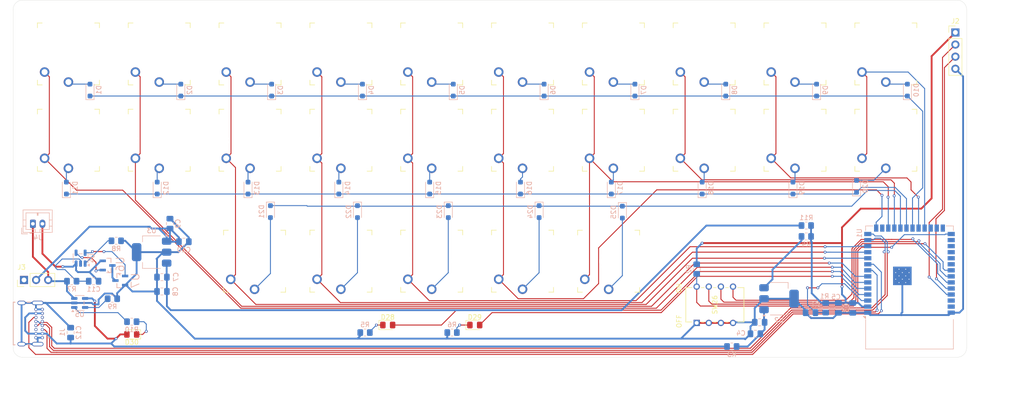
<source format=kicad_pcb>
(kicad_pcb (version 20241229) (generator "pcbnew") (generator_version "9.0")
  (layers (0 "F.Cu" signal) (2 "B.Cu" signal) (13 "F.Paste" user) (15 "B.Paste" user) (5 "F.SilkS" user "F.Silkscreen") (7 "B.SilkS" user "B.Silkscreen") (1 "F.Mask" user) (3 "B.Mask" user) (25 "Edge.Cuts" user))
  (net 0 "")
  (net 1 "GND")
  (net 3 "/VBUS")
  (net 4 "/CC1")
  (net 5 "/USB_D+")
  (net 6 "/USB_D-")
  (net 7 "/CC2")
  (net 8 "+3.3V")
  (net 9 "Net-(U1-EN)")
  (net 12 "Net-(D1-A)")
  (net 13 "/matrix_r1")
  (net 17 "Net-(D2-A)")
  (net 18 "Net-(D3-A)")
  (net 19 "Net-(D4-A)")
  (net 20 "Net-(D5-A)")
  (net 21 "Net-(D6-A)")
  (net 23 "Net-(D7-A)")
  (net 24 "Net-(D8-A)")
  (net 26 "Net-(D9-A)")
  (net 27 "Net-(D10-A)")
  (net 28 "/matrix_r2")
  (net 29 "Net-(D11-A)")
  (net 32 "Net-(D12-A)")
  (net 34 "Net-(D13-A)")
  (net 35 "Net-(D14-A)")
  (net 36 "Net-(D15-A)")
  (net 37 "Net-(D16-A)")
  (net 38 "Net-(D17-A)")
  (net 39 "Net-(D18-A)")
  (net 40 "Net-(D19-A)")
  (net 41 "Net-(D20-A)")
  (net 42 "/matrix_r3")
  (net 43 "Net-(D21-A)")
  (net 44 "Net-(D22-A)")
  (net 45 "Net-(D23-A)")
  (net 46 "Net-(D24-A)")
  (net 47 "Net-(D25-A)")
  (net 48 "/led_1")
  (net 49 "/led_2")
  (net 50 "Net-(D28-K)")
  (net 53 "Net-(D29-K)")
  (net 54 "/UART_TX")
  (net 55 "/UART_RX")
  (net 56 "Net-(U1-IO0)")
  (net 57 "/matrix_c1")
  (net 58 "/matrix_c2")
  (net 59 "/matrix_c3")
  (net 60 "/matrix_c4")
  (net 61 "/matrix_c5")
  (net 62 "/matrix_c6")
  (net 63 "/matrix_c7")
  (net 64 "/matrix_c8")
  (net 65 "/matrix_c9")
  (net 66 "/matrix_c10")
  (net 67 "/sw_2")
  (net 68 "/sw_4")
  (net 69 "/sw_3")
  (net 70 "/battery_mgmt/HV_CHR")
  (net 71 "/battery_mgmt/batt_neg")
  (net 72 "Net-(U4-VDD)")
  (net 73 "Net-(D30-K)")
  (net 75 "/battery_mgmt/batt_pos")
  (net 76 "Net-(U4-VM)")
  (net 77 "Net-(U5-PROG)")
  (net 78 "Net-(U5-STAT)")
  (net 79 "Net-(U4-CO)")
  (net 80 "Net-(U4-DO)")
  (net 81 "/battery_mgmt/between_mosfets")
  (net 82 "/battery_mgmt/3v3_from_batt")
  (net 83 "/3v3_from_usbc")
  (net 84 "/VBUS_to_LDO")
  (footprint "key-switches:SW_Kailh_Choc_V1_THT" (layer "F.Cu") (at 119.554 118.3486)
    (property "Reference" "SW22" (hide yes))
    (property "Value" "O" (hide yes))
  )
  (footprint "dip_switch_footprints:DIP8_210-4_CTS" (layer "F.Cu") (at 194.183 131.318 90)
    (property "Reference" "SW26")
    (property "Value" "210-4MS")
  )
  (footprint "key-switches:SW_Kailh_Choc_V1_THT" (layer "F.Cu") (at 214.804 74.8384)
    (property "Reference" "SW9" (hide yes))
    (property "Value" "T" (hide yes))
  )
  (footprint "key-switches:SW_Kailh_Choc_V1_THT" (layer "F.Cu") (at 176.704 92.9486)
    (property "Reference" "SW17" (hide yes))
    (property "Value" "B" (hide yes))
  )
  (footprint "LED_SMD:LED_0805_2012Metric_Pad1.15x1.40mm_HandSolder" (layer "F.Cu") (at 129.38125 131.7625)
    (property "Reference" "D28")
    (property "Value" "~")
  )
  (footprint "key-switches:SW_Kailh_Choc_V1_THT" (layer "F.Cu") (at 138.604 74.8384)
    (property "Reference" "SW5" (hide yes))
    (property "Value" "STAR" (hide yes))
  )
  (footprint "Connector_PinHeader_2.54mm:PinHeader_1x03_P2.54mm_Vertical" (layer "F.Cu") (at 53.086 122.301 90)
    (property "Reference" "J3")
    (property "Value" "SW_PWR")
  )
  (footprint "key-switches:SW_Kailh_Choc_V1_THT" (layer "F.Cu") (at 176.704 74.8384)
    (property "Reference" "SW7" (hide yes))
    (property "Value" "P" (hide yes))
  )
  (footprint "key-switches:SW_Kailh_Choc_V1_THT" (layer "F.Cu") (at 157.654 74.8384)
    (property "Reference" "SW6" (hide yes))
    (property "Value" "F" (hide yes))
  )
  (footprint "key-switches:SW_Kailh_Choc_V1_THT" (layer "F.Cu") (at 81.454 92.9486)
    (property "Reference" "SW12" (hide yes))
    (property "Value" "K" (hide yes))
  )
  (footprint "LED_SMD:LED_0805_2012Metric_Pad1.15x1.40mm_HandSolder" (layer "F.Cu") (at 75.692 133.731 180)
    (property "Reference" "D30")
    (property "Value" "CHRG_STAT_LED")
  )
  (footprint "key-switches:SW_Kailh_Choc_V1_THT" (layer "F.Cu") (at 100.504 74.8384)
    (property "Reference" "SW3" (hide yes))
    (property "Value" "P" (hide yes))
  )
  (footprint "key-switches:SW_Kailh_Choc_V1_THT" (layer "F.Cu") (at 119.554 74.8384)
    (property "Reference" "SW4" (hide yes))
    (property "Value" "H" (hide yes))
  )
  (footprint "key-switches:SW_Kailh_Choc_V1_THT" (layer "F.Cu") (at 175.7172 118.364)
    (property "Reference" "SW25" (hide yes))
    (property "Value" "U" (hide yes))
  )
  (footprint "Connector_PinHeader_2.54mm:PinHeader_1x04_P2.54mm_Vertical" (layer "F.Cu") (at 248.44375 70.32625)
    (property "Reference" "J2")
    (property "Value" "UART connector")
  )
  (footprint "key-switches:SW_Kailh_Choc_V1_THT" (layer "F.Cu") (at 81.454 74.8384)
    (property "Reference" "SW2" (hide yes))
    (property "Value" "T" (hide yes))
  )
  (footprint "key-switches:SW_Kailh_Choc_V1_THT" (layer "F.Cu") (at 100.504 92.9486)
    (property "Reference" "SW13" (hide yes))
    (property "Value" "W" (hide yes))
  )
  (footprint "key-switches:SW_Kailh_Choc_V1_THT" (layer "F.Cu") (at 101.4476 118.364)
    (property "Reference" "SW21" (hide yes))
    (property "Value" "A" (hide yes))
  )
  (footprint "key-switches:SW_Kailh_Choc_V1_THT" (layer "F.Cu") (at 195.754 74.8384)
    (property "Reference" "SW8" (hide yes))
    (property "Value" "L" (hide yes))
  )
  (footprint "key-switches:SW_Kailh_Choc_V1_THT" (layer "F.Cu") (at 214.804 92.9486)
    (property "Reference" "SW19" (hide yes))
    (property "Value" "S" (hide yes))
  )
  (footprint "key-switches:SW_Kailh_Choc_V1_THT" (layer "F.Cu") (at 62.404 92.9486)
    (property "Reference" "SW11" (hide yes))
    (property "Value" "S" (hide yes))
  )
  (footprint "key-switches:SW_Kailh_Choc_V1_THT" (layer "F.Cu") (at 119.554 92.9486)
    (property "Reference" "SW14" (hide yes))
    (property "Value" "R" (hide yes))
  )
  (footprint "LED_SMD:LED_0805_2012Metric_Pad1.15x1.40mm_HandSolder" (layer "F.Cu") (at 147.6375 131.7625)
    (property "Reference" "D29")
    (property "Value" "~")
  )
  (footprint "key-switches:SW_Kailh_Choc_V1_THT" (layer "F.Cu") (at 62.404 74.8384)
    (property "Reference" "SW1" (hide yes))
    (property "Value" "Z" (hide yes))
  )
  (footprint "key-switches:SW_Kailh_Choc_V1_THT" (layer "F.Cu") (at 233.854 74.8384)
    (property "Reference" "SW10" (hide yes))
    (property "Value" "D" (hide yes))
  )
  (footprint "key-switches:SW_Kailh_Choc_V1_THT" (layer "F.Cu") (at 157.654 118.3486)
    (property "Reference" "SW24" (hide yes))
    (property "Value" "E" (hide yes))
  )
  (footprint "key-switches:SW_Kailh_Choc_V1_THT" (layer "F.Cu") (at 138.604 118.3486)
    (property "Reference" "SW23" (hide yes))
    (property "Value" "NUM" (hide yes))
  )
  (footprint "key-switches:SW_Kailh_Choc_V1_THT" (layer "F.Cu") (at 157.654 92.9486)
    (property "Reference" "SW16" (hide yes))
    (property "Value" "R" (hide yes))
  )
  (footprint "key-switches:SW_Kailh_Choc_V1_THT" (layer "F.Cu") (at 138.604 92.9486)
    (property "Reference" "SW15" (hide yes))
    (property "Value" "STAR" (hide yes))
  )
  (footprint "key-switches:SW_Kailh_Choc_V1_THT" (layer "F.Cu") (at 195.754 92.9486)
    (property "Reference" "SW18" (hide yes))
    (property "Value" "G" (hide yes))
  )
  (footprint "key-switches:SW_Kailh_Choc_V1_THT" (layer "F.Cu") (at 233.854 92.9486)
    (property "Reference" "SW20" (hide yes))
    (property "Value" "Z" (hide yes))
  )
  (footprint "Diode_SMD:D_SOD-323_HandSoldering" (layer "B.Cu") (at 238.379 82.423 90)
    (property "Reference" "D10")
    (property "Value" "~")
  )
  (footprint "Diode_SMD:D_SOD-323_HandSoldering" (layer "B.Cu") (at 124.079 82.423 90)
    (property "Reference" "D4")
    (property "Value" "~")
  )
  (footprint "Capacitor_SMD:C_0805_2012Metric_Pad1.18x1.45mm_HandSolder" (layer "B.Cu") (at 83.69975 110.45825 90)
    (property "Reference" "C9")
    (property "Value" "0.1uF")
  )
  (footprint "Resistor_SMD:R_0805_2012Metric_Pad1.20x1.40mm_HandSolder" (layer "B.Cu") (at 217.17 110.871 180)
    (property "Reference" "R11")
    (property "Value" "0")
  )
  (footprint "DMG6968U_7:SOT95P240X110-3N" (layer "B.Cu") (at 73.279 122.428 180)
    (property "Reference" "U7")
    (property "Value" "DMG6968U-7" (hide yes))
  )
  (footprint "Capacitor_SMD:C_0805_2012Metric_Pad1.18x1.45mm_HandSolder" (layer "B.Cu") (at 67.691 122.555)
    (property "Reference" "C11")
    (property "Value" "0.1uF")
  )
  (footprint "Diode_SMD:D_SOD-323_HandSoldering" (layer "B.Cu") (at 105.029 82.423 90)
    (property "Reference" "D3")
    (property "Value" "~")
  )
  (footprint "Capacitor_SMD:C_0805_2012Metric_Pad1.18x1.45mm_HandSolder" (layer "B.Cu") (at 218.059 129.159 180)
    (property "Reference" "C1")
    (property "Value" "1uF")
  )
  (footprint "Resistor_SMD:R_0805_2012Metric_Pad1.20x1.40mm_HandSolder" (layer "B.Cu") (at 194.183 120.015 -90)
    (property "Reference" "R2")
    (property "Value" "10k")
  )
  (footprint "Diode_SMD:D_SOD-323_HandSoldering" (layer "B.Cu") (at 100.076 102.997 90)
    (property "Reference" "D13")
    (property "Value" "~")
  )
  (footprint "Diode_SMD:D_SOD-323_HandSoldering" (layer "B.Cu") (at 162.179 82.423 90)
    (property "Reference" "D6")
    (property "Value" "~")
  )
  (footprint "Resistor_SMD:R_0805_2012Metric_Pad1.20x1.40mm_HandSolder" (layer "B.Cu") (at 75.692 131.064)
    (property "Reference" "R10")
    (property "Value" "150")
  )
  (footprint "Diode_SMD:D_SOD-323_HandSoldering" (layer "B.Cu") (at 143.129 82.423 90)
    (property "Reference" "D5")
    (property "Value" "~")
  )
  (footprint "Diode_SMD:D_SOD-323_HandSoldering" (layer "B.Cu") (at 161.13125 107.95 -90)
    (property "Reference" "D24")
    (property "Value" "~")
  )
  (footprint "USB4085_GF_A:GCT_USB4085-GF-A_REVB" (layer "B.Cu") (at 52.578 131.445 90)
    (property "Reference" "J1")
    (property "Value" "USB4085-GF-A_REVB" (hide yes))
  )
  (footprint "Diode_SMD:D_SOD-323_HandSoldering" (layer "B.Cu") (at 214.376 102.997 90)
    (property "Reference" "D19")
    (property "Value" "~")
  )
  (footprint "Diode_SMD:D_SOD-323_HandSoldering" (layer "B.Cu") (at 178.59375 108.0516 -90)
    (property "Reference" "D25")
    (property "Value" "~")
  )
  (footprint "Package_TO_SOT_SMD:SOT-223-3_TabPin2" (layer "B.Cu") (at 211.455 126.238)
    (property "Reference" "U2")
    (property "Value" "MCP1825S")
  )
  (footprint "Diode_SMD:D_SOD-323_HandSoldering" (layer "B.Cu") (at 104.775 107.95 -90)
    (property "Reference" "D21")
    (property "Value" "~")
  )
  (footprint "RF_Module:ESP32-S3-WROOM-1" (layer "B.Cu") (at 238.81875 123.90375)
    (property "Reference" "U1")
    (property "Value" "ESP32-S3-WROOM-1")
  )
  (footprint "Resistor_SMD:R_0805_2012Metric_Pad1.20x1.40mm_HandSolder" (layer "B.Cu") (at 72.4375 114.075)
    (property "Reference" "R8")
    (property "Value" "2k7")
  )
  (footprint "Diode_SMD:D_SOD-323_HandSoldering" (layer "B.Cu") (at 85.979 82.423 90)
    (property "Reference" "D2")
    (property "Value" "~")
  )
  (footprint "Resistor_SMD:R_0805_2012Metric_Pad1.20x1.40mm_HandSolder" (layer "B.Cu") (at 221.234 128.143 -90)
    (property "Reference" "R1")
    (property "Value" "10k")
  )
  (footprint "Package_TO_SOT_SMD:SOT-223-3_TabPin2" (layer "B.Cu") (at 79.858 116.459 180)
    (property "Reference" "U3")
    (property "Value" "MCP1825S")
  )
  (footprint "Diode_SMD:D_SOD-323_HandSoldering" (layer "B.Cu") (at 176.276 102.997 90)
    (property "Reference" "D17")
    (property "Value" "~")
  )
  (footprint "Resistor_SMD:R_0805_2012Metric_Pad1.20x1.40mm_HandSolder" (layer "B.Cu") (at 142.875 133.35 180)
    (property "Reference" "R6")
    (property "Value" "100")
  )
  (footprint "Capacitor_SMD:C_0805_2012Metric_Pad1.18x1.45mm_HandSolder" (layer "B.Cu") (at 207.391 131.191 180)
    (property "Reference" "C2" (hide yes))
    (property "Value" "10uF")
  )
  (footprint "Capacitor_SMD:C_0805_2012Metric_Pad1.18x1.45mm_HandSolder" (layer "B.Cu") (at 206.502 133.604 180)
    (property "Reference" "C4")
    (property "Value" "0.1uF" (hide yes))
  )
  (footprint "Diode_SMD:D_SOD-323_HandSoldering" (layer "B.Cu") (at 157.226 102.997 90)
    (property "Reference" "D16")
    (property "Value" "~")
  )
  (footprint "Package_TO_SOT_SMD:SOT-23-5" (layer "B.Cu") (at 64.958 117.7235 90)
    (property "Reference" "U4")
    (property "Value" "AP9101CK" (hide yes))
  )
  (footprint "Diode_SMD:D_SOD-323_HandSoldering" (layer "B.Cu") (at 195.326 102.997 90)
    (property "Reference" "D18")
    (property "Value" "~")
  )
  (footprint "Diode_SMD:D_SOD-323_HandSoldering" (layer "B.Cu") (at 119.126 102.997 90)
    (property "Reference" "D14")
    (property "Value" "~")
  )
  (footprint "Capacitor_SMD:C_0805_2012Metric_Pad1.18x1.45mm_HandSolder" (layer "B.Cu") (at 86.62075 114.26825)
    (property "Reference" "C10")
    (property "Value" "10uF")
  )
  (footprint "Capacitor_SMD:C_0805_2012Metric_Pad1.18x1.45mm_HandSolder" (layer "B.Cu") (at 82.0205 121.704 180)
    (property "Reference" "C7")
    (property "Value" "0.1uF")
  )
  (footprint "Resistor_SMD:R_0805_2012Metric_Pad1.20x1.40mm_HandSolder" (layer "B.Cu") (at 124.61875 133.35 180)
    (property "Reference" "R5")
    (property "Value" "100")
  )
  (footprint "Resistor_SMD:R_0805_2012Metric_Pad1.20x1.40mm_HandSolder" (layer "B.Cu") (at 71.628 126.238)
    (property "Reference" "R9")
    (property "Value" "10k/2k")
  )
  (footprint "Diode_SMD:D_SOD-323_HandSoldering" (layer "B.Cu") (at 219.329 82.423 90)
    (property "Reference" "D9")
    (property "Value" "~")
  )
  (footprint "Package_TO_SOT_SMD:SOT-23-5" (layer "B.Cu") (at 64.77 127.127)
    (property "Reference" "U5")
    (property "Value" "MCP73831-2-OT")
  )
  (footprint "Resistor_SMD:R_0805_2012Metric_Pad1.20x1.40mm_HandSolder" (layer "B.Cu") (at 217.17 113.157)
    (property "Reference" "R4")
    (property "Value" "0")
  )
  (footprint "Diode_SMD:D_SOD-323_HandSoldering" (layer "B.Cu") (at 66.929 82.423 90)
    (property "Reference" "D1")
    (property "Value" "~")
  )
  (footprint "DMG6968U_7:SOT95P240X110-3N" (layer "B.Cu") (at 70.612 119.253)
    (property "Reference" "U6")
    (property "Value" "DMG6968U-7" (hide yes))
  )
  (footprint "Diode_SMD:D_SOD-323_HandSoldering" (layer "B.Cu") (at 227.711 102.636 90)
    (property "Reference" "D20")
    (property "Value" "~")
  )
  (footprint "Capacitor_SMD:C_0805_2012Metric_Pad1.18x1.45mm_HandSolder" (layer "B.Cu") (at 226.911 128.1645 -90)
    (property "Reference" "C6")
    (property "Value" "10uF")
  )
  (footprint "Capacitor_SMD:C_0805_2012Metric_Pad1.18x1.45mm_HandSolder" (layer "B.Cu") (at 62.865 133.35 90)
    (property "Reference" "C12")
    (property "Value" "4.7uF")
  )
  (footprint "Diode_SMD:D_SOD-323_HandSoldering" (layer "B.Cu") (at 61.976 102.997 90)
    (property "Reference" "D11")
    (property "Value" "~")
  )
  (footprint "Diode_SMD:D_SOD-323_HandSoldering" (layer "B.Cu") (at 81.026 102.997 90)
    (property "Reference" "D12")
    (property "Value" "~")
  )
  (footprint "Diode_SMD:D_SOD-323_HandSoldering" (layer "B.Cu") (at 142.08125 107.95 -90)
    (property "Reference" "D23")
    (property "Value" "~")
  )
  (footprint "Resistor_SMD:R_0805_2012Metric_Pad1.20x1.40mm_HandSolder" (layer "B.Cu") (at 201.549 136.271)
    (property "Reference" "R3")
    (property "Value" "0")
  )
  (footprint "Resistor_SMD:R_0805_2012Metric_Pad1.20x1.40mm_HandSolder" (layer "B.Cu") (at 63.103 122.555)
    (property "Reference" "R7")
    (property "Value" "330")
  )
  (footprint "Capacitor_SMD:C_0805_2012Metric_Pad1.18x1.45mm_HandSolder" (layer "B.Cu") (at 82.0205 124.714 180)
    (property "Reference" "C8")
    (property "Value" "10uF")
  )
  (footprint "Diode_SMD:D_SOD-323_HandSoldering" (layer "B.Cu") (at 181.229 82.423 90)
    (property "Reference" "D7")
    (property "Value" "~")
  )
  (footprint "Diode_SMD:D_SOD-323_HandSoldering" (layer "B.Cu") (at 123.03125 107.95 -90)
    (property "Reference" "D22")
    (property "Value" "~")
  )
  (footprint "Connector_JST:JST_PH_B2B-PH-K_1x02_P2.00mm_Vertical" (layer "B.Cu") (at 54.949 110.506)
    (property "Reference" "J4")
    (property "Value" "Conn_01x02_Pin")
  )
  (footprint "Diode_SMD:D_SOD-323_HandSoldering" (layer "B.Cu") (at 200.279 82.423 90)
    (property "Reference" "D8")
    (property "Value" "~")
  )
  (footprint "Diode_SMD:D_SOD-323_HandSoldering" (layer "B.Cu") (at 138.176 102.997 90)
    (property "Reference" "D15")
    (property "Value" "~")
  )
  (footprint "Capacitor_SMD:C_0805_2012Metric_Pad1.18x1.45mm_HandSolder" (layer "B.Cu") (at 223.901 128.1645 -90)
    (property "Reference" "C5")
    (property "Value" "0.1uF")
  )
  (gr_arc (start 52.8 138.532) (mid 51.385786 137.946214) (end 50.8 136.532) (stroke (width 0.05)) (layer "Edge.Cuts"))
  (gr_line (start 250.8 65.532) (end 250.8 136.532) (stroke (width 0.05)) (layer "Edge.Cuts"))
  (gr_line (start 52.8 63.532) (end 248.8 63.532) (stroke (width 0.05)) (layer "Edge.Cuts"))
  (gr_line (start 248.8 138.532) (end 52.8 138.532) (stroke (width 0.05)) (layer "Edge.Cuts"))
  (gr_arc (start 50.8 65.532) (mid 51.385786 64.117786) (end 52.8 63.532) (stroke (width 0.05)) (layer "Edge.Cuts"))
  (gr_line (start 50.8 136.532) (end 50.8 65.532) (stroke (width 0.05)) (layer "Edge.Cuts"))
  (gr_arc (start 248.8 63.532) (mid 250.214214 64.117786) (end 250.8 65.532) (stroke (width 0.05)) (layer "Edge.Cuts"))
  (gr_arc (start 250.8 136.532) (mid 250.214214 137.946214) (end 248.8 138.532) (stroke (width 0.05)) (layer "Edge.Cuts"))
  (segment (start 199.263 131.318) (end 201.803 131.318) (width 0.381) (layer "F.Cu") (net 1))
  (segment (start 196.723 131.318) (end 199.263 131.318) (width 0.381) (layer "F.Cu") (net 1))
  (segment (start 194.183 131.318) (end 196.723 131.318) (width 0.381) (layer "F.Cu") (net 1))
  (segment (start 52.578 127.12) (end 52.578 135.77) (width 0.381) (layer "B.Cu") (net 1))
  (segment (start 80.899 117.856) (end 80.983 117.94) (width 0.381) (layer "B.Cu") (net 1))
  (segment (start 123.61875 134.0325) (end 123.03125 134.62) (width 0.381) (layer "B.Cu") (net 1))
  (segment (start 230.06875 129.16375) (end 230.572 129.667) (width 0.381) (layer "B.Cu") (net 1))
  (segment (start 70.005356 125.1465) (end 71.5365 125.1465) (width 0.381) (layer "B.Cu") (net 1))
  (segment (start 55.588 134.42) (end 56.938 134.42) (width 0.381) (layer "B.Cu") (net 1))
  (segment (start 85.4675 116.459) (end 87.65825 114.26825) (width 0.381) (layer "B.Cu") (net 1))
  (segment (start 76.708 116.459) (end 83.008 116.459) (width 0.381) (layer "B.Cu") (net 1))
  (segment (start 55.958 127.12) (end 63.6255 127.12) (width 0.381) (layer "B.Cu") (net 1))
  (segment (start 141.875 133.35) (end 141.875 134.35) (width 0.381) (layer "B.Cu") (net 1))
  (segment (start 75.819 124.714) (end 80.983 124.714) (width 0.381) (layer "B.Cu") (net 1))
  (segment (start 74.295 123.3932) (end 74.4982 123.3932) (width 0.381) (layer "B.Cu") (net 1))
  (segment (start 222.801 130.302) (end 223.901 129.202) (width 0.381) (layer "B.Cu") (net 1))
  (segment (start 52.578 135.77) (end 55.958 135.77) (width 0.381) (layer "B.Cu") (net 1))
  (segment (start 206.3535 128.1895) (end 208.305 126.238) (width 0.381) (layer "B.Cu") (net 1))
  (segment (start 190.881 134.62) (end 204.216 134.62) (width 0.381) (layer "B.Cu") (net 1))
  (segment (start 208.305 126.238) (end 214.605 126.238) (width 0.381) (layer "B.Cu") (net 1))
  (segment (start 55.958 135.77) (end 55.958 134.79) (width 0.381) (layer "B.Cu") (net 1))
  (segment (start 55.958 127.12) (end 52.578 127.12) (width 0.381) (layer "B.Cu") (net 1))
  (segment (start 204.343 134.747) (end 205.4645 133.6255) (width 0.381) (layer "B.Cu") (net 1))
  (segment (start 247.0655 129.667) (end 247.56875 129.16375) (width 0.381) (layer "B.Cu") (net 1))
  (segment (start 63.6255 127.12) (end 63.6325 127.127) (width 0.381) (layer "B.Cu") (net 1))
  (segment (start 82.296 116.459) (end 80.899 117.856) (width 0.381) (layer "B.Cu") (net 1))
  (segment (start 76.708 116.459) (end 76.708 120.9802) (width 0.381) (layer "B.Cu") (net 1))
  (segment (start 217.0215 129.159) (end 217.0215 128.6545) (width 0.381) (layer "B.Cu") (net 1))
  (segment (start 76.708 120.9802) (end 74.295 123.3932) (width 0.381) (layer "B.Cu") (net 1))
  (segment (start 230.0305 129.202) (end 230.06875 129.16375) (width 0.381) (layer "B.Cu") (net 1))
  (segment (start 217.0215 129.159) (end 218.1645 130.302) (width 0.381) (layer "B.Cu") (net 1))
  (segment (start 63.6325 127.127) (end 67.31 127.127) (width 0.381) (layer "B.Cu") (net 1))
  (segment (start 72.628 126.238) (end 72.628 125.0602) (width 0.381) (layer "B.Cu") (net 1))
  (segment (start 141.875 134.35) (end 141.605 134.62) (width 0.381) (layer "B.Cu") (net 1))
  (segment (start 71.5365 125.1465) (end 72.628 126.238) (width 0.381) (layer "B.Cu") (net 1))
  (segment (start 83.008 116.459) (end 85.4675 116.459) (width 0.381) (layer "B.Cu") (net 1))
  (segment (start 123.61875 133.35) (end 123.61875 134.0325) (width 0.381) (layer "B.Cu") (net 1))
  (segment (start 237.109 129.667) (end 237.109 129.286) (width 0.381) (layer "B.Cu") (net 1))
  (segment (start 55.958 127.12) (end 57.6725 127.12) (width 0.381) (layer "B.Cu") (net 1))
  (segment (start 205.4645 133.604) (end 205.4645 132.08) (width 0.381) (layer "B.Cu") (net 1))
  (segment (start 190.881 134.62) (end 194.183 131.318) (width 0.381) (layer "B.Cu") (net 1))
  (segment (start 67.6205 127.4375) (end 68.733414 127.4375) (width 0.381) (layer "B.Cu") (net 1))
  (segment (start 55.588 127.49) (end 55.958 127.12) (width 0.381) (layer "B.Cu") (net 1))
  (segment (start 250.063 79.5655) (end 248.44375 77.94625) (width 0.381) (layer "B.Cu") (net 1))
  (segment (start 88.9 134.62) (end 123.03125 134.62) (width 0.381) (layer "B.Cu") (net 1))
  (segment (start 226.911 129.202) (end 230.0305 129.202) (width 0.381) (layer "B.Cu") (net 1))
  (segment (start 237.109 129.667) (end 247.0655 129.667) (width 0.381) (layer "B.Cu") (net 1))
  (segment (start 80.983 126.703) (end 88.9 134.62) (width 0.381) (layer "B.Cu") (net 1))
  (segment (start 67.31 127.127) (end 67.6205 127.4375) (width 0.381) (layer "B.Cu") (net 1))
  (segment (start 57.6725 127.12) (end 62.865 132.3125) (width 0.381) (layer "B.Cu") (net 1))
  (segment (start 87.65825 113.37925) (end 83.69975 109.42075) (width 0.381) (layer "B.Cu") (net 1))
  (segment (start 237.31875 129.07625) (end 237.31875 121.44375) (width 0.381) (layer "B.Cu") (net 1))
  (segment (start 123.03125 134.62) (end 141.605 134.62) (width 0.381) (layer "B.Cu") (net 1))
  (segment (start 72.628 125.0602) (end 74.295 123.3932) (width 0.381) (layer "B.Cu") (net 1))
  (segment (start 73.4375 114.075) (end 74.324 114.075) (width 0.381) (layer "B.Cu") (net 1))
  (segment (start 249.29625 129.16375) (end 250.063 128.397) (width 0.381) (layer "B.Cu") (net 1))
  (segment (start 218.1645 130.302) (end 222.801 130.302) (width 0.381) (layer "B.Cu") (net 1))
  (segment (start 237.109 129.286) (end 237.31875 129.07625) (width 0.381) (layer "B.Cu") (net 1))
  (segment (start 141.605 134.62) (end 190.881 134.62) (width 0.381) (layer "B.Cu") (net 1))
  (segment (start 80.983 124.714) (end 80.983 126.703) (width 0.381) (layer "B.Cu") (net 1))
  (segment (start 204.216 134.62) (end 204.343 134.747) (width 0.381) (layer "B.Cu") (net 1))
  (segment (start 74.4982 123.3932) (end 75.819 124.714) (width 0.381) (layer "B.Cu") (net 1))
  (segment (start 74.324 114.075) (end 76.708 116.459) (width 0.381) (layer "B.Cu") (net 1))
  (segment (start 206.3535 131.191) (end 201.93 131.191) (width 0.381) (layer "B.Cu") (net 1))
  (segment (start 87.65825 114.26825) (end 87.65825 113.37925) (width 0.381) (layer "B.Cu") (net 1))
  (segment (start 55.958 134.79) (end 55.588 134.42) (width 0.381) (layer "B.Cu") (net 1))
  (segment (start 80.983 117.94) (end 80.983 121.704) (width 0.381) (layer "B.Cu") (net 1))
  (segment (start 56.938 128.47) (end 55.588 128.47) (width 0.381) (layer "B.Cu") (net 1))
  (segment (start 205.4645 132.08) (end 206.3535 131.191) (width 0.381) (layer "B.Cu") (net 1))
  (segment (start 80.983 121.704) (end 80.983 124.714) (width 0.381) (layer "B.Cu") (net 1))
  (segment (start 201.93 131.191) (end 201.803 131.318) (width 0.381) (layer "B.Cu") (net 1))
  (segment (start 68.733414 126.418442) (end 70.005356 125.1465) (width 0.381) (layer "B.Cu") (net 1))
  (segment (start 250.063 128.397) (end 250.063 79.5655) (width 0.381) (layer "B.Cu") (net 1))
  (segment (start 230.572 129.667) (end 237.109 129.667) (width 0.381) (layer "B.Cu") (net 1))
  (segment (start 247.56875 129.16375) (end 249.29625 129.16375) (width 0.381) (layer "B.Cu") (net 1))
  (segment (start 55.588 128.47) (end 55.588 127.49) (width 0.381) (layer "B.Cu") (net 1))
  (segment (start 217.0215 128.6545) (end 214.605 126.238) (width 0.381) (layer "B.Cu") (net 1))
  (segment (start 68.733414 127.4375) (end 68.733414 126.418442) (width 0.381) (layer "B.Cu") (net 1))
  (segment (start 205.4645 133.6255) (end 205.4645 133.604) (width 0.381) (layer "B.Cu") (net 1))
  (segment (start 223.901 129.202) (end 226.911 129.202) (width 0.381) (layer "B.Cu") (net 1))
  (segment (start 206.3535 131.191) (end 206.3535 128.1895) (width 0.381) (layer "B.Cu") (net 1))
  (segment (start 83.008 116.459) (end 82.296 116.459) (width 0.381) (layer "B.Cu") (net 1))
  (segment (start 67.945 131.953) (end 70.612 134.62) (width 0.381) (layer "F.Cu") (net 3))
  (segment (start 67.945 126.746) (end 67.945 131.953) (width 0.381) (layer "F.Cu") (net 3))
  (segment (start 70.612 134.62) (end 72.39 134.62) (width 0.381) (layer "F.Cu") (net 3))
  (segment (start 73.279 133.731) (end 72.39 134.62) (width 0.381) (layer "F.Cu") (net 3))
  (segment (start 74.667 133.731) (end 73.279 133.731) (width 0.381) (layer "F.Cu") (net 3))
  (via (at 67.945 126.746) (size 0.6) (drill 0.3) (layers "F.Cu" "B.Cu") (net 3))
  (via (at 72.39 134.62) (size 0.6) (drill 0.3) (layers "F.Cu" "B.Cu") (net 3))
  (segment (start 62.865 134.3875) (end 62.865 135.636) (width 0.381) (layer "B.Cu") (net 3))
  (segment (start 54.195 129.32) (end 55.588 129.32) (width 0.381) (layer "B.Cu") (net 3))
  (segment (start 65.9075 126.177) (end 67.376 126.177) (width 0.381) (layer "B.Cu") (net 3))
  (segment (start 72.009 136.271) (end 71.374 135.636) (width 0.381) (layer "B.Cu") (net 3))
  (segment (start 72.39 134.62) (end 71.374 135.636) (width 0.381) (layer "B.Cu") (net 3))
  (segment (start 67.376 126.177) (end 67.945 126.746) (width 0.381) (layer "B.Cu") (net 3))
  (segment (start 57.878 133.57) (end 56.938 133.57) (width 0.381) (layer "B.Cu") (net 3))
  (segment (start 55.588 133.57) (end 53.941 133.57) (width 0.381) (layer "B.Cu") (net 3))
  (segment (start 53.34 132.969) (end 53.34 130.175) (width 0.381) (layer "B.Cu") (net 3))
  (segment (start 62.865 135.636) (end 59.944 135.636) (width 0.381) (layer "B.Cu") (net 3))
  (segment (start 56.938 133.57) (end 55.588 133.57) (width 0.381) (layer "B.Cu") (net 3))
  (segment (start 200.549 136.271) (end 72.009 136.271) (width 0.381) (layer "B.Cu") (net 3))
  (segment (start 53.34 130.175) (end 54.195 129.32) (width 0.381) (layer "B.Cu") (net 3))
  (segment (start 53.941 133.57) (end 53.34 132.969) (width 0.381) (layer "B.Cu") (net 3))
  (segment (start 59.944 135.636) (end 57.878 133.57) (width 0.381) (layer "B.Cu") (net 3))
  (segment (start 55.588 129.32) (end 56.938 129.32) (width 0.381) (layer "B.Cu") (net 3))
  (segment (start 71.374 135.636) (end 62.865 135.636) (width 0.381) (layer "B.Cu") (net 3))
  (segment (start 57.912 133.223) (end 57.912 136.652) (width 0.2) (layer "F.Cu") (net 4))
  (segment (start 59.944 137.503) (end 205.774298 137.503) (width 0.2) (layer "F.Cu") (net 4))
  (segment (start 214.254298 129.023) (end 224.536 129.023) (width 0.2) (layer "F.Cu") (net 4))
  (segment (start 56.938 132.72) (end 57.409 132.72) (width 0.2) (layer "F.Cu") (net 4))
  (segment (start 57.912 136.652) (end 58.763 137.503) (width 0.2) (layer "F.Cu") (net 4))
  (segment (start 231.276 129.023) (end 231.657 129.023) (width 0.2) (layer "F.Cu") (net 4))
  (segment (start 205.774298 137.503) (end 207.960649 135.316649) (width 0.2) (layer "F.Cu") (net 4))
  (segment (start 231.657 129.023) (end 232.029 128.651) (width 0.2) (layer "F.Cu") (net 4))
  (segment (start 224.536 129.023) (end 231.276 129.023) (width 0.2) (layer "F.Cu") (net 4))
  (segment (start 58.763 137.503) (end 59.944 137.503) (width 0.2) (layer "F.Cu") (net 4))
  (segment (start 207.960649 135.316649) (end 214.254298 129.023) (width 0.2) (layer "F.Cu") (net 4))
  (segment (start 57.658 132.969) (end 57.912 133.223) (width 0.2) (layer "F.Cu") (net 4))
  (segment (start 57.409 132.72) (end 57.658 132.969) (width 0.2) (layer "F.Cu") (net 4))
  (via (at 232.029 128.651) (size 0.6) (drill 0.3) (layers "F.Cu" "B.Cu") (net 4))
  (segment (start 231.01875 120.27375) (end 232.029 121.284) (width 0.2) (layer "B.Cu") (net 4))
  (segment (start 232.029 128.651) (end 232.029 121.284) (width 0.2) (layer "B.Cu") (net 4))
  (segment (start 230.06875 120.27375) (end 231.01875 120.27375) (width 0.2) (layer "B.Cu") (net 4))
  (segment (start 57.691803 131.670001) (end 58.449 132.427198) (width 0.2) (layer "F.Cu") (net 5))
  (segment (start 58.449 132.427198) (end 58.449 136.301394) (width 0.2) (layer "F.Cu") (net 5))
  (segment (start 59.249606 137.102) (end 205.608198 137.102) (width 0.2) (layer "F.Cu") (net 5))
  (segment (start 58.449 136.301394) (end 59.249606 137.102) (width 0.2) (layer "F.Cu") (net 5))
  (segment (start 234.159001 116.591708) (end 234.359 116.391709) (width 0.2) (layer "F.Cu") (net 5))
  (segment (start 231.106198 128.622) (end 234.159 125.569198) (width 0.2) (layer "F.Cu") (net 5))
  (segment (start 234.159 125.569198) (end 234.159001 116.591708) (width 0.2) (layer "F.Cu") (net 5))
  (segment (start 56.938 131.87) (end 57.137999 131.670001) (width 0.2) (layer "F.Cu") (net 5))
  (segment (start 214.088198 128.622) (end 231.106198 128.622) (width 0.2) (layer "F.Cu") (net 5))
  (segment (start 57.137999 131.670001) (end 57.691803 131.670001) (width 0.2) (layer "F.Cu") (net 5))
  (segment (start 205.608198 137.102) (end 214.088198 128.622) (width 0.2) (layer "F.Cu") (net 5))
  (via (at 234.359 116.391709) (size 0.6) (drill 0.3) (layers "F.Cu" "B.Cu") (net 5))
  (segment (start 232.888948 113.06375) (end 231.603751 113.06375) (width 0.2) (layer "B.Cu") (net 5))
  (segment (start 234.159 114.333802) (end 232.888948 113.06375) (width 0.2) (layer "B.Cu") (net 5))
  (segment (start 55.588 131.02) (end 56.052702 131.02) (width 0.2) (layer "B.Cu") (net 5))
  (segment (start 234.359 116.391709) (end 234.159 116.191709) (width 0.2) (layer "B.Cu") (net 5))
  (segment (start 231.193751 112.65375) (end 230.06875 112.65375) (width 0.2) (layer "B.Cu") (net 5))
  (segment (start 56.902702 131.87) (end 56.938 131.87) (width 0.2) (layer "B.Cu") (net 5))
  (segment (start 56.052702 131.02) (end 56.902702 131.87) (width 0.2) (layer "B.Cu") (net 5))
  (segment (start 231.603751 113.06375) (end 231.193751 112.65375) (width 0.2) (layer "B.Cu") (net 5))
  (segment (start 234.159 116.191709) (end 234.159 114.333802) (width 0.2) (layer "B.Cu") (net 5))
  (segment (start 58.899 136.115) (end 59.436 136.652) (width 0.2) (layer "F.Cu") (net 6))
  (segment (start 213.901802 128.172) (end 230.919802 128.172) (width 0.2) (layer "F.Cu") (net 6))
  (segment (start 230.919802 128.172) (end 233.709 125.382802) (width 0.2) (layer "F.Cu") (net 6))
  (segment (start 56.813 131.02) (end 55.963 131.87) (width 0.2) (layer "F.Cu") (net 6))
  (segment (start 58.899 132.240802) (end 58.899 136.115) (width 0.2) (layer "F.Cu") (net 6))
  (segment (start 59.436 136.652) (end 205.421802 136.652) (width 0.2) (layer "F.Cu") (net 6))
  (segment (start 233.709 125.382802) (end 233.708999 116.591708) (width 0.2) (layer "F.Cu") (net 6))
  (segment (start 205.421802 136.652) (end 213.901802 128.172) (width 0.2) (layer "F.Cu") (net 6))
  (segment (start 57.878197 131.219999) (end 58.899 132.240802) (width 0.2) (layer "F.Cu") (net 6))
  (segment (start 56.938 131.02) (end 57.137999 131.219999) (width 0.2) (layer "F.Cu") (net 6))
  (segment (start 55.963 131.87) (end 55.588 131.87) (width 0.2) (layer "F.Cu") (net 6))
  (segment (start 57.137999 131.219999) (end 57.878197 131.219999) (width 0.2) (layer "F.Cu") (net 6))
  (segment (start 233.708999 116.591708) (end 233.509 116.391709) (width 0.2) (layer "F.Cu") (net 6))
  (segment (start 56.938 131.02) (end 56.813 131.02) (width 0.2) (layer "F.Cu") (net 6))
  (via (at 233.509 116.391709) (size 0.6) (drill 0.3) (layers "F.Cu" "B.Cu") (net 6))
  (segment (start 232.702552 113.51375) (end 231.603751 113.51375) (width 0.2) (layer "B.Cu") (net 6))
  (segment (start 233.709 116.191709) (end 233.709 114.520198) (width 0.2) (layer "B.Cu") (net 6))
  (segment (start 233.509 116.391709) (end 233.709 116.191709) (width 0.2) (layer "B.Cu") (net 6))
  (segment (start 233.709 114.520198) (end 232.702552 113.51375) (width 0.2) (layer "B.Cu") (net 6))
  (segment (start 231.193751 113.92375) (end 230.06875 113.92375) (width 0.2) (layer "B.Cu") (net 6))
  (segment (start 231.603751 113.51375) (end 231.193751 113.92375) (width 0.2) (layer "B.Cu") (net 6))
  (segment (start 214.420398 129.424) (end 205.913398 137.931) (width 0.2) (layer "F.Cu") (net 7))
  (segment (start 54.102 131.196381) (end 55.128381 130.17) (width 0.2) (layer "F.Cu") (net 7))
  (segment (start 205.913398 137.931) (end 55.508 137.931) (width 0.2) (layer "F.Cu") (net 7))
  (segment (start 232.272 129.424) (end 214.420398 129.424) (width 0.2) (layer "F.Cu") (net 7))
  (segment (start 54.102 136.525) (end 54.102 131.196381) (width 0.2) (layer "F.Cu") (net 7))
  (segment (start 55.128381 130.17) (end 55.588 130.17) (width 0.2) (layer "F.Cu") (net 7))
  (segment (start 55.508 137.931) (end 54.102 136.525) (width 0.2) (layer "F.Cu") (net 7))
  (segment (start 232.918 128.778) (end 232.272 129.424) (width 0.2) (layer "F.Cu") (net 7))
  (via (at 232.918 128.778) (size 0.6) (drill 0.3) (layers "F.Cu" "B.Cu") (net 7))
  (segment (start 232.918 120.65) (end 232.918 128.778) (width 0.2) (layer "B.Cu") (net 7))
  (segment (start 230.06875 119.00375) (end 231.27175 119.00375) (width 0.2) (layer "B.Cu") (net 7))
  (segment (start 231.27175 119.00375) (end 232.918 120.65) (width 0.2) (layer "B.Cu") (net 7))
  (segment (start 224.663 111.252) (end 224.663 114.554) (width 0.381) (layer "F.Cu") (net 8))
  (segment (start 224.663 114.554) (end 224.663 123.698) (width 0.381) (layer "F.Cu") (net 8))
  (segment (start 224.663 111.252) (end 228.6 107.315) (width 0.381) (layer "F.Cu") (net 8))
  (segment (start 243.459 75.311) (end 248.44375 70.32625) (width 0.381) (layer "F.Cu") (net 8))
  (segment (start 241.3 107.315) (end 243.459 105.156) (width 0.381) (layer "F.Cu") (net 8))
  (segment (start 228.6 107.315) (end 241.3 107.315) (width 0.381) (layer "F.Cu") (net 8))
  (segment (start 243.459 105.156) (end 243.459 75.311) (width 0.381) (layer "F.Cu") (net 8))
  (segment (start 195.326 114.554) (end 224.663 114.554) (width 0.381) (layer "F.Cu") (net 8))
  (via (at 224.663 123.698) (size 0.6) (drill 0.3) (layers "F.Cu" "B.Cu") (net 8))
  (via (at 195.326 114.554) (size 0.6) (drill 0.3) (layers "F.Cu" "B.Cu") (net 8))
  (segment (start 194.183 119.015) (end 194.183 115.697) (width 0.381) (layer "B.Cu") (net 8))
  (segment (start 226.911 127.127) (end 225.425 127.127) (width 0.381) (layer "B.Cu") (net 8))
  (segment (start 218.17 114.157) (end 218.17 113.157) (width 0.381) (layer "B.Cu") (net 8))
  (segment (start 221.801 127.111) (end 220.329 127.111) (width 0.381) (layer "B.Cu") (net 8))
  (segment (start 225.425 126.111) (end 225.425 127.127) (width 0.381) (layer "B.Cu") (net 8))
  (segment (start 194.183 119.015) (end 194.1162 119.015) (width 0.381) (layer "B.Cu") (net 8))
  (segment (start 228.092 127.127) (end 226.911 127.127) (width 0.381) (layer "B.Cu") (net 8))
  (segment (start 218.313 114.3) (end 218.17 114.157) (width 0.381) (layer "B.Cu") (net 8))
  (segment (start 225.425 127.127) (end 223.901 127.127) (width 0.381) (layer "B.Cu") (net 8))
  (segment (start 228.85875 127.89375) (end 228.092 127.127) (width 0.381) (layer "B.Cu") (net 8))
  (segment (start 223.901 127.127) (end 221.817 127.127) (width 0.381) (layer "B.Cu") (net 8))
  (segment (start 218.17 113.157) (end 218.17 110.871) (width 0.381) (layer "B.Cu") (net 8))
  (segment (start 194.183 115.697) (end 195.326 114.554) (width 0.381) (layer "B.Cu") (net 8))
  (segment (start 221.817 127.127) (end 221.801 127.111) (width 0.381) (layer "B.Cu") (net 8))
  (segment (start 220.329 127.111) (end 218.313 125.095) (width 0.381) (layer "B.Cu") (net 8))
  (segment (start 230.06875 127.89375) (end 228.85875 127.89375) (width 0.381) (layer "B.Cu") (net 8))
  (segment (start 218.313 125.095) (end 218.313 114.3) (width 0.381) (layer "B.Cu") (net 8))
  (segment (start 193.913 119.015) (end 194.183 119.015) (width 0.381) (layer "B.Cu") (net 8))
  (segment (start 224.663 123.698) (end 224.663 125.349) (width 0.381) (layer "B.Cu") (net 8))
  (segment (start 224.663 125.349) (end 225.425 126.111) (width 0.381) (layer "B.Cu") (net 8))
  (segment (start 219.583 123.952) (end 217.424 123.952) (width 0.2) (layer "F.Cu") (net 9))
  (via (at 219.583 123.952) (size 0.6) (drill 0.3) (layers "F.Cu" "B.Cu") (net 9))
  (via (at 217.424 123.952) (size 0.6) (drill 0.3) (layers "F.Cu" "B.Cu") (net 9))
  (segment (start 225.806 123.698) (end 225.205 123.097) (width 0.2) (layer "B.Cu") (net 9))
  (segment (start 228.73175 126.62375) (end 225.806 123.698) (width 0.2) (layer "B.Cu") (net 9))
  (segment (start 219.1125 129.143) (end 219.0965 129.159) (width 0.2) (layer "B.Cu") (net 9))
  (segment (start 220.438 123.097) (end 219.583 123.952) (width 0.2) (layer "B.Cu") (net 9))
  (segment (start 217.424 127.4865) (end 219.0965 129.159) (width 0.2) (layer "B.Cu") (net 9))
  (segment (start 225.205 123.097) (end 220.438 123.097) (width 0.2) (layer "B.Cu") (net 9))
  (segment (start 221.234 129.143) (end 219.1125 129.143) (width 0.2) (layer "B.Cu") (net 9))
  (segment (start 230.06875 126.62375) (end 228.73175 126.62375) (width 0.2) (layer "B.Cu") (net 9))
  (segment (start 217.424 123.952) (end 217.424 127.4865) (width 0.2) (layer "B.Cu") (net 9))
  (segment (start 62.8386 81.173) (end 62.404 80.7384) (width 0.2) (layer "B.Cu") (net 12))
  (segment (start 66.929 81.173) (end 62.8386 81.173) (width 0.2) (layer "B.Cu") (net 12))
  (segment (start 239.45375 105.09725) (end 239.45375 111.40375) (width 0.2) (layer "B.Cu") (net 13))
  (segment (start 238.379 83.673) (end 66.929 83.673) (width 0.2) (layer "B.Cu") (net 13))
  (segment (start 239.45375 105.09725) (end 241.574 102.977) (width 0.2) (layer "B.Cu") (net 13))
  (segment (start 241.574 102.977) (end 241.574 86.868) (width 0.2) (layer "B.Cu") (net 13))
  (segment (start 241.574 86.868) (end 238.379 83.673) (width 0.2) (layer "B.Cu") (net 13))
  (segment (start 85.979 81.173) (end 81.8886 81.173) (width 0.2) (layer "B.Cu") (net 17))
  (segment (start 81.8886 81.173) (end 81.454 80.7384) (width 0.2) (layer "B.Cu") (net 17))
  (segment (start 100.9386 81.173) (end 100.504 80.7384) (width 0.2) (layer "B.Cu") (net 18))
  (segment (start 105.029 81.173) (end 100.9386 81.173) (width 0.2) (layer "B.Cu") (net 18))
  (segment (start 119.9886 81.173) (end 119.554 80.7384) (width 0.2) (layer "B.Cu") (net 19))
  (segment (start 124.079 81.173) (end 119.9886 81.173) (width 0.2) (layer "B.Cu") (net 19))
  (segment (start 143.129 81.173) (end 139.0386 81.173) (width 0.2) (layer "B.Cu") (net 20))
  (segment (start 139.0386 81.173) (end 138.604 80.7384) (width 0.2) (layer "B.Cu") (net 20))
  (segment (start 162.179 81.173) (end 158.0886 81.173) (width 0.2) (layer "B.Cu") (net 21))
  (segment (start 158.0886 81.173) (end 157.654 80.7384) (width 0.2) (layer "B.Cu") (net 21))
  (segment (start 181.229 81.173) (end 177.1386 81.173) (width 0.2) (layer "B.Cu") (net 23))
  (segment (start 177.1386 81.173) (end 176.704 80.7384) (width 0.2) (layer "B.Cu") (net 23))
  (segment (start 196.1886 81.173) (end 195.754 80.7384) (width 0.2) (layer "B.Cu") (net 24))
  (segment (start 200.279 81.173) (end 196.1886 81.173) (width 0.2) (layer "B.Cu") (net 24))
  (segment (start 219.329 81.173) (end 215.2386 81.173) (width 0.2) (layer "B.Cu") (net 26))
  (segment (start 215.2386 81.173) (end 214.804 80.7384) (width 0.2) (layer "B.Cu") (net 26))
  (segment (start 234.2886 81.173) (end 233.854 80.7384) (width 0.2) (layer "B.Cu") (net 27))
  (segment (start 238.379 81.173) (end 234.2886 81.173) (width 0.2) (layer "B.Cu") (net 27))
  (segment (start 238.18375 111.40375) (end 238.18375 105.22425) (width 0.2) (layer "B.Cu") (net 28))
  (segment (start 235.8295 102.87) (end 228.727 102.87) (width 0.2) (layer "B.Cu") (net 28))
  (segment (start 228.727 102.87) (end 227.711 103.886) (width 0.2) (layer "B.Cu") (net 28))
  (segment (start 227.35 104.247) (end 227.711 103.886) (width 0.2) (layer "B.Cu") (net 28))
  (segment (start 61.976 104.247) (end 227.35 104.247) (width 0.2) (layer "B.Cu") (net 28))
  (segment (start 238.18375 105.22425) (end 235.8295 102.87) (width 0.2) (layer "B.Cu") (net 28))
  (segment (start 61.976 99.2766) (end 62.404 98.8486) (width 0.2) (layer "B.Cu") (net 29))
  (segment (start 61.976 101.747) (end 61.976 99.2766) (width 0.2) (layer "B.Cu") (net 29))
  (segment (start 81.026 99.2766) (end 81.454 98.8486) (width 0.2) (layer "B.Cu") (net 32))
  (segment (start 81.026 101.747) (end 81.026 99.2766) (width 0.2) (layer "B.Cu") (net 32))
  (segment (start 100.076 99.2766) (end 100.504 98.8486) (width 0.2) (layer "B.Cu") (net 34))
  (segment (start 100.076 101.747) (end 100.076 99.2766) (width 0.2) (layer "B.Cu") (net 34))
  (segment (start 119.126 101.747) (end 119.126 99.2766) (width 0.2) (layer "B.Cu") (net 35))
  (segment (start 119.126 99.2766) (end 119.554 98.8486) (width 0.2) (layer "B.Cu") (net 35))
  (segment (start 138.176 101.747) (end 138.176 99.2766) (width 0.2) (layer "B.Cu") (net 36))
  (segment (start 138.604 98.98) (end 138.684 99.06) (width 0.2) (layer "B.Cu") (net 36))
  (segment (start 138.176 99.2766) (end 138.604 98.8486) (width 0.2) (layer "B.Cu") (net 36))
  (segment (start 157.226 101.092) (end 157.654 100.664) (width 0.2) (layer "B.Cu") (net 37))
  (segment (start 157.654 100.664) (end 157.654 98.8486) (width 0.2) (layer "B.Cu") (net 37))
  (segment (start 157.226 101.747) (end 157.226 101.092) (width 0.2) (layer "B.Cu") (net 37))
  (segment (start 176.704 101.319) (end 176.276 101.747) (width 0.2) (layer "B.Cu") (net 38))
  (segment (start 176.704 98.8486) (end 176.704 101.319) (width 0.2) (layer "B.Cu") (net 38))
  (segment (start 195.754 98.8486) (end 195.754 101.319) (width 0.2) (layer "B.Cu") (net 39))
  (segment (start 195.754 101.319) (end 195.326 101.747) (width 0.2) (layer "B.Cu") (net 39))
  (segment (start 214.804 101.319) (end 214.376 101.747) (width 0.2) (layer "B.Cu") (net 40))
  (segment (start 214.804 98.8486) (end 214.804 101.319) (width 0.2) (layer "B.Cu") (net 40))
  (segment (start 231.3166 101.386) (end 227.711 101.386) (width 0.2) (layer "B.Cu") (net 41))
  (segment (start 233.854 98.8486) (end 231.3166 101.386) (width 0.2) (layer "B.Cu") (net 41))
  (segment (start 104.775 106.68) (end 112.395 106.68) (width 0.2) (layer "B.Cu") (net 42))
  (segment (start 112.395 106.68) (end 112.5166 106.8016) (width 0.2) (layer "B.Cu") (net 42))
  (segment (start 112.5166 106.8016) (end 178.59375 106.8016) (width 0.2) (layer "B.Cu") (net 42))
  (segment (start 236.91375 104.70675) (end 236.91375 111.40375) (width 0.2) (layer "B.Cu") (net 42))
  (segment (start 235.712 103.505) (end 236.91375 104.70675) (width 0.2) (layer "B.Cu") (net 42))
  (segment (start 178.59375 106.8016) (end 226.7004 106.8016) (width 0.2) (layer "B.Cu") (net 42))
  (segment (start 226.7004 106.8016) (end 229.997 103.505) (width 0.2) (layer "B.Cu") (net 42))
  (segment (start 104.775 106.7) (end 104.775 106.68) (width 0.2) (layer "B.Cu") (net 42))
  (segment (start 229.997 103.505) (end 235.712 103.505) (width 0.2) (layer "B.Cu") (net 42))
  (segment (start 101.4476 124.264) (end 104.775 120.9366) (width 0.2) (layer "B.Cu") (net 43))
  (segment (start 104.775 120.9366) (end 104.775 109.2) (width 0.2) (layer "B.Cu") (net 43))
  (segment (start 123.03125 120.77135) (end 123.03125 109.2) (width 0.2) (layer "B.Cu") (net 44))
  (segment (start 119.554 124.2486) (end 123.03125 120.77135) (width 0.2) (layer "B.Cu") (net 44))
  (segment (start 142.08125 120.77135) (end 142.08125 109.2) (width 0.2) (layer "B.Cu") (net 45))
  (segment (start 138.604 124.2486) (end 142.08125 120.77135) (width 0.2) (layer "B.Cu") (net 45))
  (segment (start 157.654 124.2486) (end 161.13125 120.77135) (width 0.2) (layer "B.Cu") (net 46))
  (segment (start 161.13125 120.77135) (end 161.13125 109.2) (width 0.2) (layer "B.Cu") (net 46))
  (segment (start 175.7172 124.264) (end 178.59375 121.38745) (width 0.2) (layer "B.Cu") (net 47))
  (segment (start 178.59375 121.38745) (end 178.59375 109.3016) (width 0.2) (layer "B.Cu") (net 47))
  (segment (start 160.909 128.644) (end 186.697 128.644) (width 0.2) (layer "F.Cu") (net 48))
  (segment (start 194.818 120.523) (end 222.631 120.523) (width 0.2) (layer "F.Cu") (net 48))
  (segment (start 130.40625 131.7625) (end 140.6525 131.7625) (width 0.2) (layer "F.Cu") (net 48))
  (segment (start 186.697 128.644) (end 194.691 120.65) (width 0.2) (layer "F.Cu") (net 48))
  (segment (start 143.771 128.644) (end 160.909 128.644) (width 0.2) (layer "F.Cu") (net 48))
  (segment (start 194.691 120.65) (end 194.818 120.523) (width 0.2) (layer "F.Cu") (net 48))
  (segment (start 140.6525 131.7625) (end 143.771 128.644) (width 0.2) (layer "F.Cu") (net 48))
  (via (at 222.631 120.523) (size 0.6) (drill 0.3) (layers "F.Cu" "B.Cu") (net 48))
  (segment (start 224.282 120.523) (end 222.631 120.523) (width 0.2) (layer "B.Cu") (net 48))
  (segment (start 227.84275 124.08375) (end 224.282 120.523) (width 0.2) (layer "B.Cu") (net 48))
  (segment (start 230.06875 124.08375) (end 227.84275 124.08375) (width 0.2) (layer "B.Cu") (net 48))
  (segment (start 151.257 129.159) (end 148.6625 131.7535) (width 0.2) (layer "F.Cu") (net 49))
  (segment (start 194.3691 121.539) (end 186.7491 129.159) (width 0.2) (layer "F.Cu") (net 49))
  (segment (start 222.631 121.539) (end 194.3691 121.539) (width 0.2) (layer "F.Cu") (net 49))
  (segment (start 186.7491 129.159) (end 151.257 129.159) (width 0.2) (layer "F.Cu") (net 49))
  (segment (start 148.6625 131.7535) (end 148.6625 131.7625) (width 0.2) (layer "F.Cu") (net 49))
  (via (at 222.631 121.539) (size 0.6) (drill 0.3) (layers "F.Cu" "B.Cu") (net 49))
  (segment (start 230.06875 125.35375) (end 228.22375 125.35375) (width 0.2) (layer "B.Cu") (net 49))
  (segment (start 228.22375 125.35375) (end 224.409 121.539) (width 0.2) (layer "B.Cu") (net 49))
  (segment (start 224.409 121.539) (end 222.631 121.539) (width 0.2) (layer "B.Cu") (net 49))
  (segment (start 128.35625 131.7625) (end 127 131.7625) (width 0.2) (layer "F.Cu") (net 50))
  (via (at 127 131.7625) (size 0.6) (drill 0.3) (layers "F.Cu" "B.Cu") (net 50))
  (segment (start 125.61875 133.14375) (end 125.61875 133.35) (width 0.2) (layer "B.Cu") (net 50))
  (segment (start 127 131.7625) (end 125.61875 133.14375) (width 0.2) (layer "B.Cu") (net 50))
  (segment (start 146.6125 131.7625) (end 144.4625 131.7625) (width 0.2) (layer "F.Cu") (net 53))
  (via (at 144.4625 131.7625) (size 0.6) (drill 0.3) (layers "F.Cu" "B.Cu") (net 53))
  (segment (start 143.875 132.35) (end 143.875 133.35) (width 0.2) (layer "B.Cu") (net 53))
  (segment (start 144.4625 131.7625) (end 143.875 132.35) (width 0.2) (layer "B.Cu") (net 53))
  (segment (start 245.745 75.565) (end 245.745 107.442) (width 0.2) (layer "F.Cu") (net 54))
  (segment (start 242.951 110.236) (end 242.951 121.686) (width 0.2) (layer "F.Cu") (net 54))
  (segment (start 245.745 107.442) (end 242.951 110.236) (width 0.2) (layer "F.Cu") (net 54))
  (segment (start 248.44375 72.86625) (end 245.745 75.565) (width 0.2) (layer "F.Cu") (net 54))
  (via (at 242.951 121.686) (size 0.6) (drill 0.3) (layers "F.Cu" "B.Cu") (net 54))
  (segment (start 247.56875 125.35375) (end 246.61875 125.35375) (width 0.2) (layer "B.Cu") (net 54))
  (segment (start 246.61875 125.35375) (end 242.951 121.686) (width 0.2) (layer "B.Cu") (net 54))
  (segment (start 246.146 77.704) (end 246.146 107.696) (width 0.2) (layer "F.Cu") (net 55))
  (segment (start 244.368 109.474) (end 244.368 118.598) (width 0.2) (layer "F.Cu") (net 55))
  (segment (start 248.44375 75.40625) (end 246.146 77.704) (width 0.2) (layer "F.Cu") (net 55))
  (segment (start 244.475 118.705) (end 244.475 122.047) (width 0.2) (layer "F.Cu") (net 55))
  (segment (start 244.368 118.598) (end 244.475 118.705) (width 0.2) (layer "F.Cu") (net 55))
  (segment (start 246.146 107.696) (end 244.368 109.474) (width 0.2) (layer "F.Cu") (net 55))
  (via (at 244.475 122.047) (size 0.6) (drill 0.3) (layers "F.Cu" "B.Cu") (net 55))
  (segment (start 244.475 122.047) (end 246.51175 124.08375) (width 0.2) (layer "B.Cu") (net 55))
  (segment (start 246.51175 124.08375) (end 247.56875 124.08375) (width 0.2) (layer "B.Cu") (net 55))
  (segment (start 194.954 127.771) (end 227.067 127.771) (width 0.2) (layer "F.Cu") (net 56))
  (segment (start 227.965 116.205) (end 228.727 115.443) (width 0.2) (layer "F.Cu") (net 56))
  (segment (start 227.965 126.873) (end 227.965 116.205) (width 0.2) (layer "F.Cu") (net 56))
  (segment (start 194.183 127) (end 194.954 127.771) (width 0.2) (layer "F.Cu") (net 56))
  (segment (start 228.727 115.443) (end 235.077 115.443) (width 0.2) (layer "F.Cu") (net 56))
  (segment (start 227.067 127.771) (end 227.965 126.873) (width 0.2) (layer "F.Cu") (net 56))
  (segment (start 194.183 123.698) (end 194.183 127) (width 0.2) (layer "F.Cu") (net 56))
  (via (at 235.077 115.443) (size 0.6) (drill 0.3) (layers "F.Cu" "B.Cu") (net 56))
  (segment (start 247.56875 112.65375) (end 246.37525 112.65375) (width 0.2) (layer "B.Cu") (net 56))
  (segment (start 246.37525 112.65375) (end 246.253 112.776) (width 0.2) (layer "B.Cu") (net 56))
  (segment (start 246.253 112.776) (end 237.744 112.776) (width 0.2) (layer "B.Cu") (net 56))
  (segment (start 237.744 112.776) (end 235.077 115.443) (width 0.2) (layer "B.Cu") (net 56))
  (segment (start 194.183 123.698) (end 194.183 121.015) (width 0.2) (layer "B.Cu") (net 56))
  (segment (start 57.404 96.7486) (end 58.404 95.7486) (width 0.2) (layer "F.Cu") (net 57))
  (segment (start 73.787 103.4371) (end 98.5929 128.243) (width 0.2) (layer "F.Cu") (net 57))
  (segment (start 64.0925 103.4371) (end 73.787 103.4371) (width 0.2) (layer "F.Cu") (net 57))
  (segment (start 58.404 79.6384) (end 57.404 78.6384) (width 0.2) (layer "F.Cu") (net 57))
  (segment (start 185.701 128.243) (end 194.31 119.634) (width 0.2) (layer "F.Cu") (net 57))
  (segment (start 194.31 119.634) (end 222.631 119.634) (width 0.2) (layer "F.Cu") (net 57))
  (segment (start 57.404 96.7486) (end 64.0925 103.4371) (width 0.2) (layer "F.Cu") (net 57))
  (segment (start 58.404 95.7486) (end 58.404 79.6384) (width 0.2) (layer "F.Cu") (net 57))
  (segment (start 98.5929 128.243) (end 185.701 128.243) (width 0.2) (layer "F.Cu") (net 57))
  (via (at 222.631 119.634) (size 0.6) (drill 0.3) (layers "F.Cu" "B.Cu") (net 57))
  (segment (start 227.32525 122.81375) (end 224.663 119.888) (width 0.2) (layer "B.Cu") (net 57))
  (segment (start 224.663 119.888) (end 224.409 119.634) (width 0.2) (layer "B.Cu") (net 57))
  (segment (start 230.06875 122.81375) (end 227.32525 122.81375) (width 0.2) (layer "B.Cu") (net 57))
  (segment (start 224.409 119.634) (end 222.631 119.634) (width 0.2) (layer "B.Cu") (net 57))
  (segment (start 193.802 118.745) (end 184.705 127.842) (width 0.2) (layer "F.Cu") (net 58))
  (segment (start 76.454 105.537) (end 76.454 96.7486) (width 0.2) (layer "F.Cu") (net 58))
  (segment (start 98.759 127.842) (end 76.454 105.537) (width 0.2) (layer "F.Cu") (net 58))
  (segment (start 184.705 127.842) (end 98.759 127.842) (width 0.2) (layer "F.Cu") (net 58))
  (segment (start 76.454 96.7486) (end 77.454 95.7486) (width 0.2) (layer "F.Cu") (net 58))
  (segment (start 77.454 95.7486) (end 77.454 79.6384) (width 0.2) (layer "F.Cu") (net 58))
  (segment (start 221.996 118.745) (end 193.802 118.745) (width 0.2) (layer "F.Cu") (net 58))
  (segment (start 77.454 79.6384) (end 76.454 78.6384) (width 0.2) (layer "F.Cu") (net 58))
  (via (at 221.996 118.745) (size 0.6) (drill 0.3) (layers "F.Cu" "B.Cu") (net 58))
  (segment (start 221.996 118.745) (end 224.663 118.745) (width 0.2) (layer "B.Cu") (net 58))
  (segment (start 230.06875 121.54375) (end 227.46175 121.54375) (width 0.2) (layer "B.Cu") (net 58))
  (segment (start 227.46175 121.54375) (end 224.663 118.745) (width 0.2) (layer "B.Cu") (net 58))
  (segment (start 96.504 95.7486) (end 96.504 79.6384) (width 0.2) (layer "F.Cu") (net 59))
  (segment (start 96.504 79.6384) (end 95.504 78.6384) (width 0.2) (layer "F.Cu") (net 59))
  (segment (start 101.7246 127.441) (end 96.4476 122.164) (width 0.2) (layer "F.Cu") (net 59))
  (segment (start 97.4476 98.6922) (end 95.504 96.7486) (width 0.2) (layer "F.Cu") (net 59))
  (segment (start 220.98 117.729) (end 193.294 117.729) (width 0.2) (layer "F.Cu") (net 59))
  (segment (start 97.4476 121.164) (end 97.4476 98.6922) (width 0.2) (layer "F.Cu") (net 59))
  (segment (start 96.4476 122.164) (end 97.4476 121.164) (width 0.2) (layer "F.Cu") (net 59))
  (segment (start 95.504 96.7486) (end 96.504 95.7486) (width 0.2) (layer "F.Cu") (net 59))
  (segment (start 183.582 127.441) (end 101.7246 127.441) (width 0.2) (layer "F.Cu") (net 59))
  (segment (start 193.294 117.729) (end 183.582 127.441) (width 0.2) (layer "F.Cu") (net 59))
  (via (at 220.98 117.729) (size 0.6) (drill 0.3) (layers "F.Cu" "B.Cu") (net 59))
  (segment (start 226.95375 117.73375) (end 230.06875 117.73375) (width 0.2) (layer "B.Cu") (net 59))
  (segment (start 220.98 117.729) (end 226.95375 117.73375) (width 0.2) (layer "B.Cu") (net 59))
  (segment (start 221.107 116.459) (end 193.294 116.459) (width 0.2) (layer "F.Cu") (net 60))
  (segment (start 115.554 79.6384) (end 115.554 95.7486) (width 0.2) (layer "F.Cu") (net 60))
  (segment (start 115.554 121.1486) (end 114.554 122.1486) (width 0.2) (layer "F.Cu") (net 60))
  (segment (start 115.554 95.7486) (end 114.554 96.7486) (width 0.2) (layer "F.Cu") (net 60))
  (segment (start 115.554 97.7486) (end 115.554 121.1486) (width 0.2) (layer "F.Cu") (net 60))
  (segment (start 119.4454 127.04) (end 114.554 122.1486) (width 0.2) (layer "F.Cu") (net 60))
  (segment (start 114.554 96.7486) (end 115.554 97.7486) (width 0.2) (layer "F.Cu") (net 60))
  (segment (start 193.294 116.459) (end 182.713 127.04) (width 0.2) (layer "F.Cu") (net 60))
  (segment (start 114.554 78.6384) (end 115.554 79.6384) (width 0.2) (layer "F.Cu") (net 60))
  (segment (start 182.713 127.04) (end 119.4454 127.04) (width 0.2) (layer "F.Cu") (net 60))
  (via (at 221.107 116.459) (size 0.6) (drill 0.3) (layers "F.Cu" "B.Cu") (net 60))
  (segment (start 221.107 116.459) (end 226.82675 116.46375) (width 0.2) (layer "B.Cu") (net 60))
  (segment (start 226.82675 116.46375) (end 230.06875 116.46375) (width 0.2) (layer "B.Cu") (net 60))
  (segment (start 192.786 115.316) (end 181.463 126.639) (width 0.2) (layer "F.Cu") (net 61))
  (segment (start 138.0944 126.639) (end 133.604 122.1486) (width 0.2) (layer "F.Cu") (net 61))
  (segment (start 133.604 122.1486) (end 134.604 121.1486) (width 0.2) (layer "F.Cu") (net 61))
  (segment (start 134.604 95.7486) (end 134.604 79.6384) (width 0.2) (layer "F.Cu") (net 61))
  (segment (start 134.604 121.1486) (end 134.604 97.7486) (width 0.2) (layer "F.Cu") (net 61))
  (segment (start 221.107 115.316) (end 192.786 115.316) (width 0.2) (layer "F.Cu") (net 61))
  (segment (start 181.463 126.639) (end 138.0944 126.639) (width 0.2) (layer "F.Cu") (net 61))
  (segment (start 134.604 97.7486) (end 133.604 96.7486) (width 0.2) (layer "F.Cu") (net 61))
  (segment (start 134.604 79.6384) (end 133.604 78.6384) (width 0.2) (layer "F.Cu") (net 61))
  (segment (start 133.604 96.7486) (end 134.604 95.7486) (width 0.2) (layer "F.Cu") (net 61))
  (via (at 221.107 115.316) (size 0.6) (drill 0.3) (layers "F.Cu" "B.Cu") (net 61))
  (segment (start 221.107 115.316) (end 227.203 115.316) (width 0.2) (layer "B.Cu") (net 61))
  (segment (start 227.32525 115.19375) (end 230.06875 115.19375) (width 0.2) (layer "B.Cu") (net 61))
  (segment (start 227.203 115.316) (end 227.32525 115.19375) (width 0.2) (layer "B.Cu") (net 61))
  (segment (start 170.434 126.238) (end 173.609 123.063) (width 0.2) (layer "F.Cu") (net 62))
  (segment (start 173.609 123.063) (end 173.609 115.57) (width 0.2) (layer "F.Cu") (net 62))
  (segment (start 153.654 97.7486) (end 153.654 121.1486) (width 0.2) (layer "F.Cu") (net 62))
  (segment (start 231.902 103.378) (end 233.045 104.521) (width 0.2) (layer "F.Cu") (net 62))
  (segment (start 153.654 79.6384) (end 152.654 78.6384) (width 0.2) (layer "F.Cu") (net 62))
  (segment (start 156.7434 126.238) (end 170.434 126.238) (width 0.2) (layer "F.Cu") (net 62))
  (segment (start 152.654 96.7486) (end 153.654 95.7486) (width 0.2) (layer "F.Cu") (net 62))
  (segment (start 152.654 122.1486) (end 156.7434 126.238) (width 0.2) (layer "F.Cu") (net 62))
  (segment (start 153.654 95.7486) (end 153.654 79.6384) (width 0.2) (layer "F.Cu") (net 62))
  (segment (start 152.654 96.7486) (end 153.654 97.7486) (width 0.2) (layer "F.Cu") (net 62))
  (segment (start 153.654 121.1486) (end 152.654 122.1486) (width 0.2) (layer "F.Cu") (net 62))
  (segment (start 185.801 103.378) (end 231.902 103.378) (width 0.2) (layer "F.Cu") (net 62))
  (segment (start 173.609 115.57) (end 185.801 103.378) (width 0.2) (layer "F.Cu") (net 62))
  (via (at 233.045 104.521) (size 0.6) (drill 0.3) (layers "F.Cu" "B.Cu") (net 62))
  (segment (start 233.045 108.966) (end 233.045 104.521) (width 0.2) (layer "B.Cu") (net 62))
  (segment (start 231.83375 110.17725) (end 231.83375 111.40375) (width 0.2) (layer "B.Cu") (net 62))
  (segment (start 233.045 108.966) (end 231.83375 110.17725) (width 0.2) (layer "B.Cu") (net 62))
  (segment (start 171.704 96.7486) (end 172.704 95.7486) (width 0.2) (layer "F.Cu") (net 63))
  (segment (start 172.704 95.7486) (end 172.704 79.6384) (width 0.2) (layer "F.Cu") (net 63))
  (segment (start 234.37375 102.743) (end 233.30475 101.674) (width 0.2) (layer "F.Cu") (net 63))
  (segment (start 170.7172 122.164) (end 171.704 121.1772) (width 0.2) (layer "F.Cu") (net 63))
  (segment (start 171.704 121.1772) (end 171.704 96.7486) (width 0.2) (layer "F.Cu") (net 63))
  (segment (start 234.37375 102.743) (end 234.37375 104.84325) (width 0.2) (layer "F.Cu") (net 63))
  (segment (start 172.704 79.6384) (end 171.704 78.6384) (width 0.2) (layer "F.Cu") (net 63))
  (segment (start 233.30475 101.674) (end 176.6294 101.674) (width 0.2) (layer "F.Cu") (net 63))
  (segment (start 176.6294 101.674) (end 171.704 96.7486) (width 0.2) (layer "F.Cu") (net 63))
  (segment (start 234.37375 104.84325) (end 234.315 104.902) (width 0.2) (layer "F.Cu") (net 63))
  (via (at 234.315 104.902) (size 0.6) (drill 0.3) (layers "F.Cu" "B.Cu") (net 63))
  (segment (start 234.315 104.902) (end 234.37375 104.96075) (width 0.2) (layer "B.Cu") (net 63))
  (segment (start 234.37375 104.96075) (end 234.37375 111.40375) (width 0.2) (layer "B.Cu") (net 63))
  (segment (start 191.754 79.6384) (end 191.754 95.7486) (width 0.2) (layer "F.Cu") (net 64))
  (segment (start 235.64375 104.58925) (end 235.6104 104.6226) (width 0.2) (layer "F.Cu") (net 64))
  (segment (start 195.2784 101.273) (end 190.754 96.7486) (width 0.2) (layer "F.Cu") (net 64))
  (segment (start 234.93575 101.273) (end 195.2784 101.273) (width 0.2) (layer "F.Cu") (net 64))
  (segment (start 191.754 95.7486) (end 190.754 96.7486) (width 0.2) (layer "F.Cu") (net 64))
  (segment (start 235.64375 101.981) (end 235.64375 104.58925) (width 0.2) (layer "F.Cu") (net 64))
  (segment (start 235.64375 101.981) (end 234.93575 101.273) (width 0.2) (layer "F.Cu") (net 64))
  (segment (start 190.754 78.6384) (end 191.754 79.6384) (width 0.2) (layer "F.Cu") (net 64))
  (via (at 235.6104 104.6226) (size 0.6) (drill 0.3) (layers "F.Cu" "B.Cu") (net 64))
  (segment (start 235.64375 104.65595) (end 235.64375 111.40375) (width 0.2) (layer "B.Cu") (net 64))
  (segment (start 235.6104 104.6226) (end 235.64375 104.65595) (width 0.2) (layer "B.Cu") (net 64))
  (segment (start 210.804 95.7486) (end 209.804 96.7486) (width 0.2) (layer "F.Cu") (net 65))
  (segment (start 240.665 104.902) (end 239.141 103.378) (width 0.2) (layer "F.Cu") (net 65))
  (segment (start 210.804 79.6384) (end 210.804 95.7486) (width 0.2) (layer "F.Cu") (net 65))
  (segment (start 209.804 78.6384) (end 210.804 79.6384) (width 0.2) (layer "F.Cu") (net 65))
  (segment (start 213.9274 100.872) (end 209.804 96.7486) (width 0.2) (layer "F.Cu") (net 65))
  (segment (start 239.141 103.378) (end 239.141 101.727) (width 0.2) (layer "F.Cu") (net 65))
  (segment (start 239.141 101.727) (end 238.286 100.872) (width 0.2) (layer "F.Cu") (net 65))
  (segment (start 238.286 100.872) (end 213.9274 100.872) (width 0.2) (layer "F.Cu") (net 65))
  (via (at 240.665 104.902) (size 0.6) (drill 0.3) (layers "F.Cu" "B.Cu") (net 65))
  (segment (start 240.72375 111.40375) (end 240.72375 104.97025) (width 0.2) (layer "B.Cu") (net 65))
  (segment (start 240.665 104.9115) (end 240.665 104.902) (width 0.2) (layer "B.Cu") (net 65))
  (segment (start 240.72375 104.97025) (end 240.665 104.9115) (width 0.2) (layer "B.Cu") (net 65))
  (segment (start 229.854 79.6384) (end 228.854 78.6384) (width 0.2) (layer "F.Cu") (net 66))
  (segment (start 228.854 96.7486) (end 229.854 95.7486) (width 0.2) (layer "F.Cu") (net 66))
  (segment (start 229.854 95.7486) (end 229.854 79.6384) (width 0.2) (layer "F.Cu") (net 66))
  (segment (start 241.99375 82.10075) (end 238.5314 78.6384) (width 0.2) (layer "B.Cu") (net 66))
  (segment (start 241.99375 111.40375) (end 241.99375 82.10075) (width 0.2) (layer "B.Cu") (net 66))
  (segment (start 238.5314 78.6384) (end 228.854 78.6384) (width 0.2) (layer "B.Cu") (net 66))
  (segment (start 226.441 127.37) (end 226.706 127.37) (width 0.2) (layer "F.Cu") (net 67))
  (segment (start 196.723 123.698) (end 196.723 126.735) (width 0.2) (layer "F.Cu") (net 67))
  (segment (start 227.564 126.512) (end 227.564 125.349) (width 0.2) (layer "F.Cu") (net 67))
  (segment (start 228.9419 114.661) (end 234.696 114.661) (width 0.2) (layer "F.Cu") (net 67))
  (segment (start 227.564 116.0389) (end 228.9419 114.661) (width 0.2) (layer "F.Cu") (net 67))
  (segment (start 236.474 114.681) (end 242.062 114.681) (width 0.2) (layer "F.Cu") (net 67))
  (segment (start 226.706 127.37) (end 227.564 126.512) (width 0.2) (layer "F.Cu") (net 67))
  (segment (start 234.696 114.661) (end 236.454 114.661) (width 0.2) (layer "F.Cu") (net 67))
  (segment (start 236.454 114.661) (end 236.474 114.681) (width 0.2) (layer "F.Cu") (net 67))
  (segment (start 196.723 126.735) (end 197.358 127.37) (width 0.2) (layer "F.Cu") (net 67))
  (segment (start 227.564 125.349) (end 227.564 116.0389) (width 0.2) (layer "F.Cu") (net 67))
  (segment (start 197.358 127.37) (end 226.441 127.37) (width 0.2) (layer "F.Cu") (net 67))
  (via (at 242.062 114.681) (size 0.6) (drill 0.3) (layers "F.Cu" "B.Cu") (net 67))
  (segment (start 245.872 119.888) (end 246.25775 120.27375) (width 0.2) (layer "B.Cu") (net 67))
  (segment (start 246.25775 120.27375) (end 247.56875 120.27375) (width 0.2) (layer "B.Cu") (net 67))
  (segment (start 245.872 118.491) (end 245.872 119.888) (width 0.2) (layer "B.Cu") (net 67))
  (segment (start 242.062 114.681) (end 245.872 118.491) (width 0.2) (layer "B.Cu") (net 67))
  (segment (start 226.762 115.7067) (end 228.6767 113.792) (width 0.2) (layer "F.Cu") (net 68))
  (segment (start 228.6767 113.792) (end 234.442 113.792) (width 0.2) (layer "F.Cu") (net 68))
  (segment (start 234.442 113.792) (end 235.077 113.792) (width 0.2) (layer "F.Cu") (net 68))
  (segment (start 225.425 126.568) (end 226.762 125.231) (width 0.2) (layer "F.Cu") (net 68))
  (segment (start 201.803 125.933) (end 202.438 126.568) (width 0.2) (layer "F.Cu") (net 68))
  (segment (start 202.438 126.568) (end 225.425 126.568) (width 0.2) (layer "F.Cu") (net 68))
  (segment (start 226.762 125.231) (end 226.762 120.015) (width 0.2) (layer "F.Cu") (net 68))
  (segment (start 235.077 113.792) (end 239.522 113.792) (width 0.2) (layer "F.Cu") (net 68))
  (segment (start 226.762 120.015) (end 226.762 115.7067) (width 0.2) (layer "F.Cu") (net 68))
  (segment (start 201.803 123.698) (end 201.803 125.933) (width 0.2) (layer "F.Cu") (net 68))
  (via (at 239.522 113.66) (size 0.6) (drill 0.3) (layers "F.Cu" "B.Cu") (net 68))
  (segment (start 244.729 118.999) (end 239.522 113.792) (width 0.2) (layer "B.Cu") (net 68))
  (segment (start 244.729 120.924) (end 244.729 118.999) (width 0.2) (layer "B.Cu") (net 68))
  (segment (start 246.61875 122.81375) (end 244.729 120.924) (width 0.2) (layer "B.Cu") (net 68))
  (segment (start 239.522 113.792) (end 239.522 113.66) (width 0.2) (layer "B.Cu") (net 68))
  (segment (start 247.56875 122.81375) (end 246.61875 122.81375) (width 0.2) (layer "B.Cu") (net 68))
  (segment (start 226.187 126.969) (end 226.218 126.969) (width 0.2) (layer "F.Cu") (net 69))
  (segment (start 227.163 125.349) (end 227.163 115.8728) (width 0.2) (layer "F.Cu") (net 69))
  (segment (start 199.898 126.969) (end 226.187 126.969) (width 0.2) (layer "F.Cu") (net 69))
  (segment (start 228.7758 114.26) (end 234.569 114.26) (width 0.2) (layer "F.Cu") (net 69))
  (segment (start 227.163 126.024) (end 227.163 125.349) (width 0.2) (layer "F.Cu") (net 69))
  (segment (start 199.263 126.334) (end 199.898 126.969) (width 0.2) (layer "F.Cu") (net 69))
  (segment (start 199.263 123.698) (end 199.263 126.334) (width 0.2) (layer "F.Cu") (net 69))
  (segment (start 227.163 115.8728) (end 228.7758 114.26) (width 0.2) (layer "F.Cu") (net 69))
  (segment (start 240.613 114.26) (end 240.792 114.081) (width 0.2) (layer "F.Cu") (net 69))
  (segment (start 226.218 126.969) (end 227.163 126.024) (width 0.2) (layer "F.Cu") (net 69))
  (segment (start 234.569 114.26) (end 240.613 114.26) (width 0.2) (layer "F.Cu") (net 69))
  (via (at 240.792 114.081) (size 0.6) (drill 0.3) (layers "F.Cu" "B.Cu") (net 69))
  (segment (start 240.792 114.427) (end 245.237 118.872) (width 0.2) (layer "B.Cu") (net 69))
  (segment (start 246.51175 121.54375) (end 247.56875 121.54375) (width 0.2) (layer "B.Cu") (net 69))
  (segment (start 240.792 114.081) (end 240.792 114.427) (width 0.2) (layer "B.Cu") (net 69))
  (segment (start 245.237 118.872) (end 245.237 120.269) (width 0.2) (layer "B.Cu") (net 69))
  (segment (start 245.237 120.269) (end 246.51175 121.54375) (width 0.2) (layer "B.Cu") (net 69))
  (segment (start 83.11725 114.26825) (end 83.008 114.159) (width 0.381) (layer "B.Cu") (net 70))
  (segment (start 83.69975 113.46725) (end 83.008 114.159) (width 0.381) (layer "B.Cu") (net 70))
  (segment (start 79.83675 111.49575) (end 81.357 111.49575) (width 0.381) (layer "B.Cu") (net 70))
  (segment (start 81.357 111.49575) (end 83.69975 111.49575) (width 0.381) (layer "B.Cu") (net 70))
  (segment (start 83.69975 111.49575) (end 83.69975 113.46725) (width 0.381) (layer "B.Cu") (net 70))
  (segment (start 85.58325 114.26825) (end 83.11725 114.26825) (width 0.381) (layer "B.Cu") (net 70))
  (segment (start 55.626 122.301) (end 66.816 111.111) (width 0.381) (layer "B.Cu") (net 70))
  (segment (start 79.452 111.111) (end 66.816 111.111) (width 0.381) (layer "B.Cu") (net 70))
  (segment (start 85.58325 114.26825) (end 85.58325 113.37925) (width 0.381) (layer "B.Cu") (net 70))
  (segment (start 83.008 114.159) (end 83.008 113.14675) (width 0.381) (layer "B.Cu") (net 70))
  (segment (start 83.008 113.14675) (end 81.357 111.49575) (width 0.381) (layer "B.Cu") (net 70))
  (segment (start 85.58325 113.37925) (end 83.69975 111.49575) (width 0.381) (layer "B.Cu") (net 70))
  (segment (start 79.452 111.111) (end 79.83675 111.49575) (width 0.381) (layer "B.Cu") (net 70))
  (segment (start 61.214 119.507) (end 59.69 119.507) (width 0.381) (layer "F.Cu") (net 71))
  (segment (start 56.949 116.766) (end 56.949 110.506) (width 0.381) (layer "F.Cu") (net 71))
  (segment (start 56.949 110.818) (end 56.896 110.871) (width 0.381) (layer "F.Cu") (net 71))
  (segment (start 59.69 119.507) (end 56.949 116.766) (width 0.381) (layer "F.Cu") (net 71))
  (via (at 61.214 119.507) (size 0.6) (drill 0.3) (layers "F.Cu" "B.Cu") (net 71))
  (segment (start 61.214 119.507) (end 63.362 119.507) (width 0.381) (layer "B.Cu") (net 71))
  (segment (start 64.008 120.269) (end 64.008 118.861) (width 0.381) (layer "B.Cu") (net 71))
  (segment (start 68.7285 122.555) (end 66.8235 120.65) (width 0.381) (layer "B.Cu") (net 71))
  (segment (start 69.1857 118.2878) (end 66.8235 120.65) (width 0.381) (layer "B.Cu") (net 71))
  (segment (start 66.8235 120.65) (end 64.389 120.65) (width 0.381) (layer "B.Cu") (net 71))
  (segment (start 69.596 118.2878) (end 69.1857 118.2878) (width 0.381) (layer "B.Cu") (net 71))
  (segment (start 63.362 119.507) (end 64.008 118.861) (width 0.381) (layer "B.Cu") (net 71))
  (segment (start 64.389 120.65) (end 64.008 120.269) (width 0.381) (layer "B.Cu") (net 71))
  (segment (start 60.076057 120.108) (end 59.724 119.755943) (width 0.2) (layer "B.Cu") (net 72))
  (segment (start 64.958 118.198501) (end 64.958 118.861) (width 0.2) (layer "B.Cu") (net 72))
  (segment (start 61.656 120.108) (end 60.076057 120.108) (width 0.2) (layer "B.Cu") (net 72))
  (segment (start 59.724 119.755943) (end 59.724 119.258057) (width 0.2) (layer "B.Cu") (net 72))
  (segment (start 66.6535 122.555) (end 64.103 122.555) (width 0.2) (layer "B.Cu") (net 72))
  (segment (start 61.084557 117.8975) (end 64.656999 117.8975) (width 0.2) (layer "B.Cu") (net 72))
  (segment (start 64.103 122.555) (end 61.656 120.108) (width 0.2) (layer "B.Cu") (net 72))
  (segment (start 59.724 119.258057) (end 61.084557 117.8975) (width 0.2) (layer "B.Cu") (net 72))
  (segment (start 64.656999 117.8975) (end 64.958 118.198501) (width 0.2) (layer "B.Cu") (net 72))
  (segment (start 77.978 133.731) (end 76.717 133.731) (width 0.2) (layer "F.Cu") (net 73))
  (segment (start 78.613 133.096) (end 77.978 133.731) (width 0.2) (layer "F.Cu") (net 73))
  (segment (start 78.74 133.096) (end 78.613 133.096) (width 0.2) (layer "F.Cu") (net 73))
  (via (at 78.74 133.096) (size 0.6) (drill 0.3) (layers "F.Cu" "B.Cu") (net 73))
  (segment (start 78.232 131.064) (end 78.74 131.572) (width 0.2) (layer "B.Cu") (net 73))
  (segment (start 76.708 131.064) (end 78.232 131.064) (width 0.2) (layer "B.Cu") (net 73))
  (segment (start 78.74 131.572) (end 78.74 133.096) (width 0.2) (layer "B.Cu") (net 73))
  (segment (start 76.692 131.064) (end 76.708 131.064) (width 0.2) (layer "B.Cu") (net 73))
  (segment (start 58.166 120.65) (end 54.949 117.433) (width 0.381) (layer "F.Cu") (net 75))
  (segment (start 54.949 117.433) (end 54.949 110.506) (width 0.381) (layer "F.Cu") (net 75))
  (segment (start 58.166 122.301) (end 58.166 120.65) (width 0.381) (layer "F.Cu") (net 75))
  (segment (start 62.103 124.6475) (end 62.103 122.555) (width 0.381) (layer "B.Cu") (net 75))
  (segment (start 58.42 122.555) (end 58.166 122.301) (width 0.381) (layer "B.Cu") (net 75))
  (segment (start 63.6325 126.177) (end 62.103 124.6475) (width 0.381) (layer "B.Cu") (net 75))
  (segment (start 62.103 122.555) (end 58.42 122.555) (width 0.381) (layer "B.Cu") (net 75))
  (segment (start 65.908 118.861) (end 70.694 114.075) (width 0.2) (layer "B.Cu") (net 76))
  (segment (start 70.694 114.075) (end 71.4375 114.075) (width 0.2) (layer "B.Cu") (net 76))
  (segment (start 65.9075 128.077) (end 68.789 128.077) (width 0.2) (layer "B.Cu") (net 77))
  (segment (start 68.789 128.077) (end 70.628 126.238) (width 0.2) (layer "B.Cu") (net 77))
  (segment (start 63.6325 128.077) (end 64.7145 129.159) (width 0.2) (layer "B.Cu") (net 78))
  (segment (start 74.692 131.064) (end 72.787 129.159) (width 0.2) (layer "B.Cu") (net 78))
  (segment (start 64.7145 129.159) (end 72.787 129.159) (width 0.2) (layer "B.Cu") (net 78))
  (segment (start 69.85 116.332) (end 67.437 116.332) (width 0.2) (layer "F.Cu") (net 79))
  (via (at 67.437 116.332) (size 0.6) (drill 0.3) (layers "F.Cu" "B.Cu") (net 79))
  (via (at 69.85 116.332) (size 0.6) (drill 0.3) (layers "F.Cu" "B.Cu") (net 79))
  (segment (start 74.295 119.1109) (end 71.5161 116.332) (width 0.2) (layer "B.Cu") (net 79))
  (segment (start 65.908 116.586) (end 67.183 116.586) (width 0.2) (layer "B.Cu") (net 79))
  (segment (start 74.295 121.4628) (end 74.295 119.1109) (width 0.2) (layer "B.Cu") (net 79))
  (segment (start 67.183 116.586) (end 67.437 116.332) (width 0.2) (layer "B.Cu") (net 79))
  (segment (start 71.5161 116.332) (end 69.85 116.332) (width 0.2) (layer "B.Cu") (net 79))
  (segment (start 67.183 117.602) (end 65.278 117.602) (width 0.2) (layer "F.Cu") (net 80))
  (segment (start 68.199 120.396) (end 68.199 118.618) (width 0.2) (layer "F.Cu") (net 80))
  (segment (start 68.199 118.618) (end 67.183 117.602) (width 0.2) (layer "F.Cu") (net 80))
  (via (at 65.278 117.602) (size 0.6) (drill 0.3) (layers "F.Cu" "B.Cu") (net 80))
  (via (at 68.199 120.396) (size 0.6) (drill 0.3) (layers "F.Cu" "B.Cu") (net 80))
  (segment (start 65.024 117.602) (end 64.008 116.586) (width 0.2) (layer "B.Cu") (net 80))
  (segment (start 65.278 117.602) (end 65.024 117.602) (width 0.2) (layer "B.Cu") (net 80))
  (segment (start 69.596 120.2182) (end 68.3768 120.2182) (width 0.2) (layer "B.Cu") (net 80))
  (segment (start 68.3768 120.2182) (end 68.199 120.396) (width 0.2) (layer "B.Cu") (net 80))
  (segment (start 71.628 119.253) (end 71.628 121.793) (width 0.381) (layer "B.Cu") (net 81))
  (segment (start 71.628 121.793) (end 72.263 122.428) (width 0.381) (layer "B.Cu") (net 81))
  (segment (start 83.058 127.815) (end 83.894 128.651) (width 0.381) (layer "B.Cu") (net 82))
  (segment (start 83.008 121.654) (end 83.058 121.704) (width 0.381) (layer "B.Cu") (net 82))
  (segment (start 83.058 124.714) (end 83.058 127.815) (width 0.381) (layer "B.Cu") (net 82))
  (segment (start 83.058 121.704) (end 83.058 124.714) (width 0.381) (layer "B.Cu") (net 82))
  (segment (start 83.894 128.651) (end 178.435 128.651) (width 0.381) (layer "B.Cu") (net 82))
  (segment (start 196.215 110.871) (end 216.17 110.871) (width 0.381) (layer "B.Cu") (net 82))
  (segment (start 83.008 118.759) (end 83.008 121.654) (width 0.381) (layer "B.Cu") (net 82))
  (segment (start 83.08925 118.84025) (end 83.008 118.759) (width 0.381) (layer "B.Cu") (net 82))
  (segment (start 178.435 128.651) (end 196.215 110.871) (width 0.381) (layer "B.Cu") (net 82))
  (segment (start 210.083 122.16) (end 210.083 120.117) (width 0.381) (layer "B.Cu") (net 83))
  (segment (start 208.305 123.938) (end 210.083 122.16) (width 0.381) (layer "B.Cu") (net 83))
  (segment (start 216.17 113.157) (end 216.17 114.03) (width 0.381) (layer "B.Cu") (net 83))
  (segment (start 216.17 114.03) (end 210.083 120.117) (width 0.381) (layer "B.Cu") (net 83))
  (segment (start 208.4285 131.191) (end 208.4285 132.715) (width 0.381) (layer "B.Cu") (net 84))
  (segment (start 207.5395 133.604) (end 207.645 133.604) (width 0.381) (layer "B.Cu") (net 84))
  (segment (start 204.8725 136.271) (end 202.549 136.271) (width 0.381) (layer "B.Cu") (net 84))
  (segment (start 207.5395 133.604) (end 207.5395 133.8365) (width 0.381) (layer "B.Cu") (net 84))
  (segment (start 208.4285 132.715) (end 207.5395 133.604) (width 0.381) (layer "B.Cu") (net 84))
  (segment (start 208.305 128.538) (end 208.305 131.0675) (width 0.381) (layer "B.Cu") (net 84))
  (segment (start 208.305 131.0675) (end 208.4285 131.191) (width 0.381) (layer "B.Cu") (net 84))
  (segment (start 207.5395 133.604) (end 204.8725 136.271) (width 0.381) (layer "B.Cu") (net 84))
)
</source>
